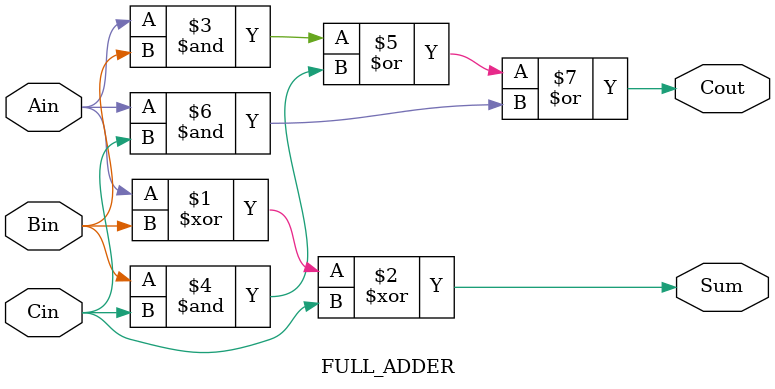
<source format=v>
module FULL_ADDER(Ain,Bin,Cin,Cout,Sum);
input Ain;
input Bin;
input Cin;
output Cout;
output Sum;


assign Sum = Ain^Bin^Cin;
assign Cout = (Ain & Bin) | (Bin & Cin) | (Ain & Cin);
endmodule 
</source>
